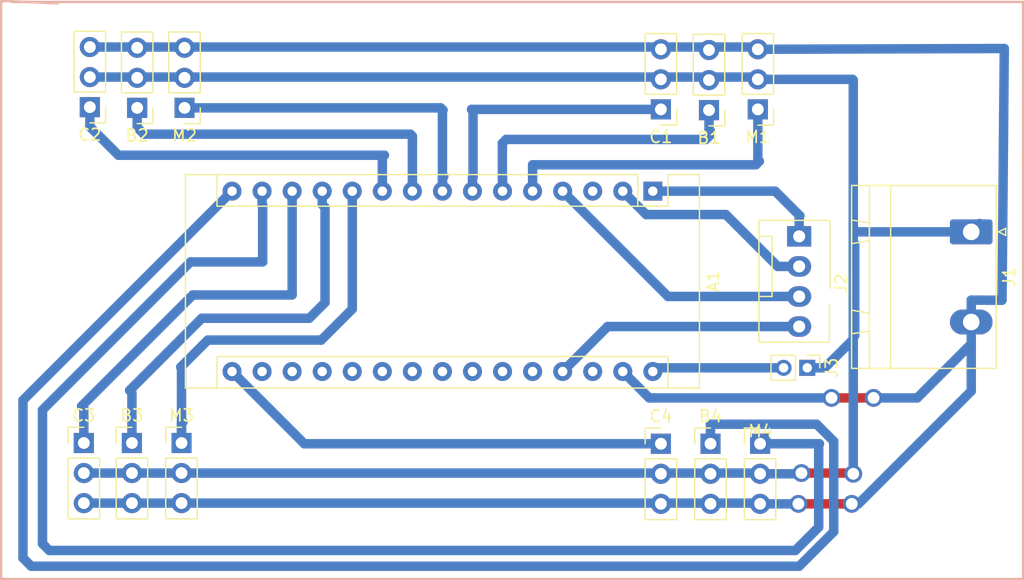
<source format=kicad_pcb>
(kicad_pcb (version 20171130) (host pcbnew 5.0.2-bee76a0~70~ubuntu18.04.1)

  (general
    (thickness 1.6)
    (drawings 6)
    (tracks 148)
    (zones 0)
    (modules 16)
    (nets 32)
  )

  (page A4)
  (layers
    (0 F.Cu signal)
    (31 B.Cu signal)
    (32 B.Adhes user)
    (33 F.Adhes user)
    (34 B.Paste user)
    (35 F.Paste user)
    (36 B.SilkS user)
    (37 F.SilkS user)
    (38 B.Mask user)
    (39 F.Mask user)
    (40 Dwgs.User user)
    (41 Cmts.User user)
    (42 Eco1.User user)
    (43 Eco2.User user)
    (44 Edge.Cuts user)
    (45 Margin user)
    (46 B.CrtYd user)
    (47 F.CrtYd user)
    (48 B.Fab user)
    (49 F.Fab user)
  )

  (setup
    (last_trace_width 0.8)
    (trace_clearance 0.2)
    (zone_clearance 0.508)
    (zone_45_only no)
    (trace_min 0.2)
    (segment_width 0.2)
    (edge_width 0.15)
    (via_size 0.8)
    (via_drill 0.4)
    (via_min_size 0.4)
    (via_min_drill 0.3)
    (uvia_size 0.3)
    (uvia_drill 0.1)
    (uvias_allowed no)
    (uvia_min_size 0.2)
    (uvia_min_drill 0.1)
    (pcb_text_width 0.3)
    (pcb_text_size 1.5 1.5)
    (mod_edge_width 0.15)
    (mod_text_size 1 1)
    (mod_text_width 0.15)
    (pad_size 1.524 1.524)
    (pad_drill 0.762)
    (pad_to_mask_clearance 0.051)
    (solder_mask_min_width 0.25)
    (aux_axis_origin 0 0)
    (visible_elements FFFFF77F)
    (pcbplotparams
      (layerselection 0x010fc_ffffffff)
      (usegerberextensions false)
      (usegerberattributes false)
      (usegerberadvancedattributes false)
      (creategerberjobfile false)
      (excludeedgelayer true)
      (linewidth 0.100000)
      (plotframeref false)
      (viasonmask false)
      (mode 1)
      (useauxorigin false)
      (hpglpennumber 1)
      (hpglpenspeed 20)
      (hpglpendiameter 15.000000)
      (psnegative false)
      (psa4output false)
      (plotreference true)
      (plotvalue true)
      (plotinvisibletext false)
      (padsonsilk false)
      (subtractmaskfromsilk false)
      (outputformat 1)
      (mirror false)
      (drillshape 1)
      (scaleselection 1)
      (outputdirectory ""))
  )

  (net 0 "")
  (net 1 "Net-(A1-Pad1)")
  (net 2 "Net-(A1-Pad17)")
  (net 3 "Net-(A1-Pad2)")
  (net 4 "Net-(A1-Pad18)")
  (net 5 "Net-(A1-Pad3)")
  (net 6 "Net-(A1-Pad19)")
  (net 7 "Net-(A1-Pad4)")
  (net 8 "Net-(A1-Pad20)")
  (net 9 "Net-(A1-Pad5)")
  (net 10 "Net-(A1-Pad21)")
  (net 11 "Net-(A1-Pad6)")
  (net 12 "Net-(A1-Pad22)")
  (net 13 "Net-(A1-Pad7)")
  (net 14 "Net-(A1-Pad23)")
  (net 15 "Net-(A1-Pad8)")
  (net 16 "Net-(A1-Pad24)")
  (net 17 "Net-(A1-Pad9)")
  (net 18 "Net-(A1-Pad25)")
  (net 19 "Net-(A1-Pad10)")
  (net 20 "Net-(A1-Pad26)")
  (net 21 "Net-(A1-Pad11)")
  (net 22 "Net-(A1-Pad27)")
  (net 23 "Net-(A1-Pad12)")
  (net 24 "Net-(A1-Pad28)")
  (net 25 "Net-(A1-Pad13)")
  (net 26 "Net-(A1-Pad29)")
  (net 27 "Net-(A1-Pad14)")
  (net 28 "Net-(A1-Pad30)")
  (net 29 "Net-(A1-Pad15)")
  (net 30 "Net-(A1-Pad16)")
  (net 31 "Net-(B1-Pad2)")

  (net_class Default "This is the default net class."
    (clearance 0.2)
    (trace_width 0.8)
    (via_dia 0.8)
    (via_drill 0.4)
    (uvia_dia 0.3)
    (uvia_drill 0.1)
    (add_net "Net-(A1-Pad1)")
    (add_net "Net-(A1-Pad10)")
    (add_net "Net-(A1-Pad11)")
    (add_net "Net-(A1-Pad12)")
    (add_net "Net-(A1-Pad13)")
    (add_net "Net-(A1-Pad14)")
    (add_net "Net-(A1-Pad15)")
    (add_net "Net-(A1-Pad16)")
    (add_net "Net-(A1-Pad17)")
    (add_net "Net-(A1-Pad18)")
    (add_net "Net-(A1-Pad19)")
    (add_net "Net-(A1-Pad2)")
    (add_net "Net-(A1-Pad20)")
    (add_net "Net-(A1-Pad21)")
    (add_net "Net-(A1-Pad22)")
    (add_net "Net-(A1-Pad23)")
    (add_net "Net-(A1-Pad24)")
    (add_net "Net-(A1-Pad25)")
    (add_net "Net-(A1-Pad26)")
    (add_net "Net-(A1-Pad27)")
    (add_net "Net-(A1-Pad28)")
    (add_net "Net-(A1-Pad29)")
    (add_net "Net-(A1-Pad3)")
    (add_net "Net-(A1-Pad30)")
    (add_net "Net-(A1-Pad4)")
    (add_net "Net-(A1-Pad5)")
    (add_net "Net-(A1-Pad6)")
    (add_net "Net-(A1-Pad7)")
    (add_net "Net-(A1-Pad8)")
    (add_net "Net-(A1-Pad9)")
    (add_net "Net-(B1-Pad2)")
  )

  (module Module:Arduino_Nano (layer F.Cu) (tedit 58ACAF70) (tstamp 5E575FAD)
    (at 132.096003 67.998381 270)
    (descr "Arduino Nano, http://www.mouser.com/pdfdocs/Gravitech_Arduino_Nano3_0.pdf")
    (tags "Arduino Nano")
    (path /5E4AD67D)
    (fp_text reference A1 (at 7.62 -5.08 270) (layer F.SilkS)
      (effects (font (size 1 1) (thickness 0.15)))
    )
    (fp_text value Arduino_Nano_v3.x (at 8.89 19.05) (layer F.Fab)
      (effects (font (size 1 1) (thickness 0.15)))
    )
    (fp_text user %R (at 6.35 19.05) (layer F.Fab)
      (effects (font (size 1 1) (thickness 0.15)))
    )
    (fp_line (start 1.27 1.27) (end 1.27 -1.27) (layer F.SilkS) (width 0.12))
    (fp_line (start 1.27 -1.27) (end -1.4 -1.27) (layer F.SilkS) (width 0.12))
    (fp_line (start -1.4 1.27) (end -1.4 39.5) (layer F.SilkS) (width 0.12))
    (fp_line (start -1.4 -3.94) (end -1.4 -1.27) (layer F.SilkS) (width 0.12))
    (fp_line (start 13.97 -1.27) (end 16.64 -1.27) (layer F.SilkS) (width 0.12))
    (fp_line (start 13.97 -1.27) (end 13.97 36.83) (layer F.SilkS) (width 0.12))
    (fp_line (start 13.97 36.83) (end 16.64 36.83) (layer F.SilkS) (width 0.12))
    (fp_line (start 1.27 1.27) (end -1.4 1.27) (layer F.SilkS) (width 0.12))
    (fp_line (start 1.27 1.27) (end 1.27 36.83) (layer F.SilkS) (width 0.12))
    (fp_line (start 1.27 36.83) (end -1.4 36.83) (layer F.SilkS) (width 0.12))
    (fp_line (start 3.81 31.75) (end 11.43 31.75) (layer F.Fab) (width 0.1))
    (fp_line (start 11.43 31.75) (end 11.43 41.91) (layer F.Fab) (width 0.1))
    (fp_line (start 11.43 41.91) (end 3.81 41.91) (layer F.Fab) (width 0.1))
    (fp_line (start 3.81 41.91) (end 3.81 31.75) (layer F.Fab) (width 0.1))
    (fp_line (start -1.4 39.5) (end 16.64 39.5) (layer F.SilkS) (width 0.12))
    (fp_line (start 16.64 39.5) (end 16.64 -3.94) (layer F.SilkS) (width 0.12))
    (fp_line (start 16.64 -3.94) (end -1.4 -3.94) (layer F.SilkS) (width 0.12))
    (fp_line (start 16.51 39.37) (end -1.27 39.37) (layer F.Fab) (width 0.1))
    (fp_line (start -1.27 39.37) (end -1.27 -2.54) (layer F.Fab) (width 0.1))
    (fp_line (start -1.27 -2.54) (end 0 -3.81) (layer F.Fab) (width 0.1))
    (fp_line (start 0 -3.81) (end 16.51 -3.81) (layer F.Fab) (width 0.1))
    (fp_line (start 16.51 -3.81) (end 16.51 39.37) (layer F.Fab) (width 0.1))
    (fp_line (start -1.53 -4.06) (end 16.75 -4.06) (layer F.CrtYd) (width 0.05))
    (fp_line (start -1.53 -4.06) (end -1.53 42.16) (layer F.CrtYd) (width 0.05))
    (fp_line (start 16.75 42.16) (end 16.75 -4.06) (layer F.CrtYd) (width 0.05))
    (fp_line (start 16.75 42.16) (end -1.53 42.16) (layer F.CrtYd) (width 0.05))
    (pad 1 thru_hole rect (at 0 0 270) (size 1.6 1.6) (drill 0.8) (layers *.Cu *.Mask)
      (net 1 "Net-(A1-Pad1)"))
    (pad 17 thru_hole oval (at 15.24 33.02 270) (size 1.6 1.6) (drill 0.8) (layers *.Cu *.Mask)
      (net 2 "Net-(A1-Pad17)"))
    (pad 2 thru_hole oval (at 0 2.54 270) (size 1.6 1.6) (drill 0.8) (layers *.Cu *.Mask)
      (net 3 "Net-(A1-Pad2)"))
    (pad 18 thru_hole oval (at 15.24 30.48 270) (size 1.6 1.6) (drill 0.8) (layers *.Cu *.Mask)
      (net 4 "Net-(A1-Pad18)"))
    (pad 3 thru_hole oval (at 0 5.08 270) (size 1.6 1.6) (drill 0.8) (layers *.Cu *.Mask)
      (net 5 "Net-(A1-Pad3)"))
    (pad 19 thru_hole oval (at 15.24 27.94 270) (size 1.6 1.6) (drill 0.8) (layers *.Cu *.Mask)
      (net 6 "Net-(A1-Pad19)"))
    (pad 4 thru_hole oval (at 0 7.62 270) (size 1.6 1.6) (drill 0.8) (layers *.Cu *.Mask)
      (net 7 "Net-(A1-Pad4)"))
    (pad 20 thru_hole oval (at 15.24 25.4 270) (size 1.6 1.6) (drill 0.8) (layers *.Cu *.Mask)
      (net 8 "Net-(A1-Pad20)"))
    (pad 5 thru_hole oval (at 0 10.16 270) (size 1.6 1.6) (drill 0.8) (layers *.Cu *.Mask)
      (net 9 "Net-(A1-Pad5)"))
    (pad 21 thru_hole oval (at 15.24 22.86 270) (size 1.6 1.6) (drill 0.8) (layers *.Cu *.Mask)
      (net 10 "Net-(A1-Pad21)"))
    (pad 6 thru_hole oval (at 0 12.7 270) (size 1.6 1.6) (drill 0.8) (layers *.Cu *.Mask)
      (net 11 "Net-(A1-Pad6)"))
    (pad 22 thru_hole oval (at 15.24 20.32 270) (size 1.6 1.6) (drill 0.8) (layers *.Cu *.Mask)
      (net 12 "Net-(A1-Pad22)"))
    (pad 7 thru_hole oval (at 0 15.24 270) (size 1.6 1.6) (drill 0.8) (layers *.Cu *.Mask)
      (net 13 "Net-(A1-Pad7)"))
    (pad 23 thru_hole oval (at 15.24 17.78 270) (size 1.6 1.6) (drill 0.8) (layers *.Cu *.Mask)
      (net 14 "Net-(A1-Pad23)"))
    (pad 8 thru_hole oval (at 0 17.78 270) (size 1.6 1.6) (drill 0.8) (layers *.Cu *.Mask)
      (net 15 "Net-(A1-Pad8)"))
    (pad 24 thru_hole oval (at 15.24 15.24 270) (size 1.6 1.6) (drill 0.8) (layers *.Cu *.Mask)
      (net 16 "Net-(A1-Pad24)"))
    (pad 9 thru_hole oval (at 0 20.32 270) (size 1.6 1.6) (drill 0.8) (layers *.Cu *.Mask)
      (net 17 "Net-(A1-Pad9)"))
    (pad 25 thru_hole oval (at 15.24 12.7 270) (size 1.6 1.6) (drill 0.8) (layers *.Cu *.Mask)
      (net 18 "Net-(A1-Pad25)"))
    (pad 10 thru_hole oval (at 0 22.86 270) (size 1.6 1.6) (drill 0.8) (layers *.Cu *.Mask)
      (net 19 "Net-(A1-Pad10)"))
    (pad 26 thru_hole oval (at 15.24 10.16 270) (size 1.6 1.6) (drill 0.8) (layers *.Cu *.Mask)
      (net 20 "Net-(A1-Pad26)"))
    (pad 11 thru_hole oval (at 0 25.4 270) (size 1.6 1.6) (drill 0.8) (layers *.Cu *.Mask)
      (net 21 "Net-(A1-Pad11)"))
    (pad 27 thru_hole oval (at 15.24 7.62 270) (size 1.6 1.6) (drill 0.8) (layers *.Cu *.Mask)
      (net 22 "Net-(A1-Pad27)"))
    (pad 12 thru_hole oval (at 0 27.94 270) (size 1.6 1.6) (drill 0.8) (layers *.Cu *.Mask)
      (net 23 "Net-(A1-Pad12)"))
    (pad 28 thru_hole oval (at 15.24 5.08 270) (size 1.6 1.6) (drill 0.8) (layers *.Cu *.Mask)
      (net 24 "Net-(A1-Pad28)"))
    (pad 13 thru_hole oval (at 0 30.48 270) (size 1.6 1.6) (drill 0.8) (layers *.Cu *.Mask)
      (net 25 "Net-(A1-Pad13)"))
    (pad 29 thru_hole oval (at 15.24 2.54 270) (size 1.6 1.6) (drill 0.8) (layers *.Cu *.Mask)
      (net 26 "Net-(A1-Pad29)"))
    (pad 14 thru_hole oval (at 0 33.02 270) (size 1.6 1.6) (drill 0.8) (layers *.Cu *.Mask)
      (net 27 "Net-(A1-Pad14)"))
    (pad 30 thru_hole oval (at 15.24 0 270) (size 1.6 1.6) (drill 0.8) (layers *.Cu *.Mask)
      (net 28 "Net-(A1-Pad30)"))
    (pad 15 thru_hole oval (at 0 35.56 270) (size 1.6 1.6) (drill 0.8) (layers *.Cu *.Mask)
      (net 29 "Net-(A1-Pad15)"))
    (pad 16 thru_hole oval (at 15.24 35.56 270) (size 1.6 1.6) (drill 0.8) (layers *.Cu *.Mask)
      (net 30 "Net-(A1-Pad16)"))
    (model ${KISYS3DMOD}/Module.3dshapes/Arduino_Nano_WithMountingHoles.wrl
      (at (xyz 0 0 0))
      (scale (xyz 1 1 1))
      (rotate (xyz 0 0 0))
    )
  )

  (module Connector_PinHeader_2.54mm:PinHeader_1x03_P2.54mm_Vertical (layer F.Cu) (tedit 59FED5CC) (tstamp 5E575FC4)
    (at 136.8425 61.1505 180)
    (descr "Through hole straight pin header, 1x03, 2.54mm pitch, single row")
    (tags "Through hole pin header THT 1x03 2.54mm single row")
    (path /5E4ADB04)
    (fp_text reference B1 (at 0 -2.33 180) (layer F.SilkS)
      (effects (font (size 1 1) (thickness 0.15)))
    )
    (fp_text value Motor_Servo (at 0 7.41 180) (layer F.Fab)
      (effects (font (size 1 1) (thickness 0.15)))
    )
    (fp_text user %R (at 0 2.54 270) (layer F.Fab)
      (effects (font (size 1 1) (thickness 0.15)))
    )
    (fp_line (start 1.8 -1.8) (end -1.8 -1.8) (layer F.CrtYd) (width 0.05))
    (fp_line (start 1.8 6.85) (end 1.8 -1.8) (layer F.CrtYd) (width 0.05))
    (fp_line (start -1.8 6.85) (end 1.8 6.85) (layer F.CrtYd) (width 0.05))
    (fp_line (start -1.8 -1.8) (end -1.8 6.85) (layer F.CrtYd) (width 0.05))
    (fp_line (start -1.33 -1.33) (end 0 -1.33) (layer F.SilkS) (width 0.12))
    (fp_line (start -1.33 0) (end -1.33 -1.33) (layer F.SilkS) (width 0.12))
    (fp_line (start -1.33 1.27) (end 1.33 1.27) (layer F.SilkS) (width 0.12))
    (fp_line (start 1.33 1.27) (end 1.33 6.41) (layer F.SilkS) (width 0.12))
    (fp_line (start -1.33 1.27) (end -1.33 6.41) (layer F.SilkS) (width 0.12))
    (fp_line (start -1.33 6.41) (end 1.33 6.41) (layer F.SilkS) (width 0.12))
    (fp_line (start -1.27 -0.635) (end -0.635 -1.27) (layer F.Fab) (width 0.1))
    (fp_line (start -1.27 6.35) (end -1.27 -0.635) (layer F.Fab) (width 0.1))
    (fp_line (start 1.27 6.35) (end -1.27 6.35) (layer F.Fab) (width 0.1))
    (fp_line (start 1.27 -1.27) (end 1.27 6.35) (layer F.Fab) (width 0.1))
    (fp_line (start -0.635 -1.27) (end 1.27 -1.27) (layer F.Fab) (width 0.1))
    (pad 3 thru_hole oval (at 0 5.08 180) (size 1.7 1.7) (drill 1) (layers *.Cu *.Mask)
      (net 26 "Net-(A1-Pad29)"))
    (pad 2 thru_hole oval (at 0 2.54 180) (size 1.7 1.7) (drill 1) (layers *.Cu *.Mask)
      (net 31 "Net-(B1-Pad2)"))
    (pad 1 thru_hole rect (at 0 0 180) (size 1.7 1.7) (drill 1) (layers *.Cu *.Mask)
      (net 11 "Net-(A1-Pad6)"))
    (model ${KISYS3DMOD}/Connector_PinHeader_2.54mm.3dshapes/PinHeader_1x03_P2.54mm_Vertical.wrl
      (at (xyz 0 0 0))
      (scale (xyz 1 1 1))
      (rotate (xyz 0 0 0))
    )
  )

  (module Connector_PinHeader_2.54mm:PinHeader_1x03_P2.54mm_Vertical (layer F.Cu) (tedit 59FED5CC) (tstamp 5E575FDB)
    (at 88.519 60.96 180)
    (descr "Through hole straight pin header, 1x03, 2.54mm pitch, single row")
    (tags "Through hole pin header THT 1x03 2.54mm single row")
    (path /5E4ADEE8)
    (fp_text reference B2 (at 0 -2.33 180) (layer F.SilkS)
      (effects (font (size 1 1) (thickness 0.15)))
    )
    (fp_text value Motor_Servo (at 0 7.41 180) (layer F.Fab)
      (effects (font (size 1 1) (thickness 0.15)))
    )
    (fp_line (start -0.635 -1.27) (end 1.27 -1.27) (layer F.Fab) (width 0.1))
    (fp_line (start 1.27 -1.27) (end 1.27 6.35) (layer F.Fab) (width 0.1))
    (fp_line (start 1.27 6.35) (end -1.27 6.35) (layer F.Fab) (width 0.1))
    (fp_line (start -1.27 6.35) (end -1.27 -0.635) (layer F.Fab) (width 0.1))
    (fp_line (start -1.27 -0.635) (end -0.635 -1.27) (layer F.Fab) (width 0.1))
    (fp_line (start -1.33 6.41) (end 1.33 6.41) (layer F.SilkS) (width 0.12))
    (fp_line (start -1.33 1.27) (end -1.33 6.41) (layer F.SilkS) (width 0.12))
    (fp_line (start 1.33 1.27) (end 1.33 6.41) (layer F.SilkS) (width 0.12))
    (fp_line (start -1.33 1.27) (end 1.33 1.27) (layer F.SilkS) (width 0.12))
    (fp_line (start -1.33 0) (end -1.33 -1.33) (layer F.SilkS) (width 0.12))
    (fp_line (start -1.33 -1.33) (end 0 -1.33) (layer F.SilkS) (width 0.12))
    (fp_line (start -1.8 -1.8) (end -1.8 6.85) (layer F.CrtYd) (width 0.05))
    (fp_line (start -1.8 6.85) (end 1.8 6.85) (layer F.CrtYd) (width 0.05))
    (fp_line (start 1.8 6.85) (end 1.8 -1.8) (layer F.CrtYd) (width 0.05))
    (fp_line (start 1.8 -1.8) (end -1.8 -1.8) (layer F.CrtYd) (width 0.05))
    (fp_text user %R (at 0 2.54 270) (layer F.Fab)
      (effects (font (size 1 1) (thickness 0.15)))
    )
    (pad 1 thru_hole rect (at 0 0 180) (size 1.7 1.7) (drill 1) (layers *.Cu *.Mask)
      (net 17 "Net-(A1-Pad9)"))
    (pad 2 thru_hole oval (at 0 2.54 180) (size 1.7 1.7) (drill 1) (layers *.Cu *.Mask)
      (net 31 "Net-(B1-Pad2)"))
    (pad 3 thru_hole oval (at 0 5.08 180) (size 1.7 1.7) (drill 1) (layers *.Cu *.Mask)
      (net 26 "Net-(A1-Pad29)"))
    (model ${KISYS3DMOD}/Connector_PinHeader_2.54mm.3dshapes/PinHeader_1x03_P2.54mm_Vertical.wrl
      (at (xyz 0 0 0))
      (scale (xyz 1 1 1))
      (rotate (xyz 0 0 0))
    )
  )

  (module Connector_PinHeader_2.54mm:PinHeader_1x03_P2.54mm_Vertical (layer F.Cu) (tedit 59FED5CC) (tstamp 5E575FF2)
    (at 88.0745 89.281)
    (descr "Through hole straight pin header, 1x03, 2.54mm pitch, single row")
    (tags "Through hole pin header THT 1x03 2.54mm single row")
    (path /5E4AE3D4)
    (fp_text reference B3 (at 0 -2.33) (layer F.SilkS)
      (effects (font (size 1 1) (thickness 0.15)))
    )
    (fp_text value Motor_Servo (at 0 7.41) (layer F.Fab)
      (effects (font (size 1 1) (thickness 0.15)))
    )
    (fp_text user %R (at 0 2.54 90) (layer F.Fab)
      (effects (font (size 1 1) (thickness 0.15)))
    )
    (fp_line (start 1.8 -1.8) (end -1.8 -1.8) (layer F.CrtYd) (width 0.05))
    (fp_line (start 1.8 6.85) (end 1.8 -1.8) (layer F.CrtYd) (width 0.05))
    (fp_line (start -1.8 6.85) (end 1.8 6.85) (layer F.CrtYd) (width 0.05))
    (fp_line (start -1.8 -1.8) (end -1.8 6.85) (layer F.CrtYd) (width 0.05))
    (fp_line (start -1.33 -1.33) (end 0 -1.33) (layer F.SilkS) (width 0.12))
    (fp_line (start -1.33 0) (end -1.33 -1.33) (layer F.SilkS) (width 0.12))
    (fp_line (start -1.33 1.27) (end 1.33 1.27) (layer F.SilkS) (width 0.12))
    (fp_line (start 1.33 1.27) (end 1.33 6.41) (layer F.SilkS) (width 0.12))
    (fp_line (start -1.33 1.27) (end -1.33 6.41) (layer F.SilkS) (width 0.12))
    (fp_line (start -1.33 6.41) (end 1.33 6.41) (layer F.SilkS) (width 0.12))
    (fp_line (start -1.27 -0.635) (end -0.635 -1.27) (layer F.Fab) (width 0.1))
    (fp_line (start -1.27 6.35) (end -1.27 -0.635) (layer F.Fab) (width 0.1))
    (fp_line (start 1.27 6.35) (end -1.27 6.35) (layer F.Fab) (width 0.1))
    (fp_line (start 1.27 -1.27) (end 1.27 6.35) (layer F.Fab) (width 0.1))
    (fp_line (start -0.635 -1.27) (end 1.27 -1.27) (layer F.Fab) (width 0.1))
    (pad 3 thru_hole oval (at 0 5.08) (size 1.7 1.7) (drill 1) (layers *.Cu *.Mask)
      (net 26 "Net-(A1-Pad29)"))
    (pad 2 thru_hole oval (at 0 2.54) (size 1.7 1.7) (drill 1) (layers *.Cu *.Mask)
      (net 31 "Net-(B1-Pad2)"))
    (pad 1 thru_hole rect (at 0 0) (size 1.7 1.7) (drill 1) (layers *.Cu *.Mask)
      (net 23 "Net-(A1-Pad12)"))
    (model ${KISYS3DMOD}/Connector_PinHeader_2.54mm.3dshapes/PinHeader_1x03_P2.54mm_Vertical.wrl
      (at (xyz 0 0 0))
      (scale (xyz 1 1 1))
      (rotate (xyz 0 0 0))
    )
  )

  (module Connector_PinHeader_2.54mm:PinHeader_1x03_P2.54mm_Vertical (layer F.Cu) (tedit 59FED5CC) (tstamp 5E576009)
    (at 136.9695 89.3445)
    (descr "Through hole straight pin header, 1x03, 2.54mm pitch, single row")
    (tags "Through hole pin header THT 1x03 2.54mm single row")
    (path /5E4AEAC0)
    (fp_text reference B4 (at 0 -2.33) (layer F.SilkS)
      (effects (font (size 1 1) (thickness 0.15)))
    )
    (fp_text value Motor_Servo (at 0 7.41) (layer F.Fab)
      (effects (font (size 1 1) (thickness 0.15)))
    )
    (fp_line (start -0.635 -1.27) (end 1.27 -1.27) (layer F.Fab) (width 0.1))
    (fp_line (start 1.27 -1.27) (end 1.27 6.35) (layer F.Fab) (width 0.1))
    (fp_line (start 1.27 6.35) (end -1.27 6.35) (layer F.Fab) (width 0.1))
    (fp_line (start -1.27 6.35) (end -1.27 -0.635) (layer F.Fab) (width 0.1))
    (fp_line (start -1.27 -0.635) (end -0.635 -1.27) (layer F.Fab) (width 0.1))
    (fp_line (start -1.33 6.41) (end 1.33 6.41) (layer F.SilkS) (width 0.12))
    (fp_line (start -1.33 1.27) (end -1.33 6.41) (layer F.SilkS) (width 0.12))
    (fp_line (start 1.33 1.27) (end 1.33 6.41) (layer F.SilkS) (width 0.12))
    (fp_line (start -1.33 1.27) (end 1.33 1.27) (layer F.SilkS) (width 0.12))
    (fp_line (start -1.33 0) (end -1.33 -1.33) (layer F.SilkS) (width 0.12))
    (fp_line (start -1.33 -1.33) (end 0 -1.33) (layer F.SilkS) (width 0.12))
    (fp_line (start -1.8 -1.8) (end -1.8 6.85) (layer F.CrtYd) (width 0.05))
    (fp_line (start -1.8 6.85) (end 1.8 6.85) (layer F.CrtYd) (width 0.05))
    (fp_line (start 1.8 6.85) (end 1.8 -1.8) (layer F.CrtYd) (width 0.05))
    (fp_line (start 1.8 -1.8) (end -1.8 -1.8) (layer F.CrtYd) (width 0.05))
    (fp_text user %R (at 0 2.54 90) (layer F.Fab)
      (effects (font (size 1 1) (thickness 0.15)))
    )
    (pad 1 thru_hole rect (at 0 0) (size 1.7 1.7) (drill 1) (layers *.Cu *.Mask)
      (net 29 "Net-(A1-Pad15)"))
    (pad 2 thru_hole oval (at 0 2.54) (size 1.7 1.7) (drill 1) (layers *.Cu *.Mask)
      (net 31 "Net-(B1-Pad2)"))
    (pad 3 thru_hole oval (at 0 5.08) (size 1.7 1.7) (drill 1) (layers *.Cu *.Mask)
      (net 26 "Net-(A1-Pad29)"))
    (model ${KISYS3DMOD}/Connector_PinHeader_2.54mm.3dshapes/PinHeader_1x03_P2.54mm_Vertical.wrl
      (at (xyz 0 0 0))
      (scale (xyz 1 1 1))
      (rotate (xyz 0 0 0))
    )
  )

  (module Connector_PinHeader_2.54mm:PinHeader_1x03_P2.54mm_Vertical (layer F.Cu) (tedit 59FED5CC) (tstamp 5E576020)
    (at 132.7785 61.087 180)
    (descr "Through hole straight pin header, 1x03, 2.54mm pitch, single row")
    (tags "Through hole pin header THT 1x03 2.54mm single row")
    (path /5E4ADC56)
    (fp_text reference C1 (at 0 -2.33 180) (layer F.SilkS)
      (effects (font (size 1 1) (thickness 0.15)))
    )
    (fp_text value Motor_Servo (at 0 7.41 180) (layer F.Fab)
      (effects (font (size 1 1) (thickness 0.15)))
    )
    (fp_line (start -0.635 -1.27) (end 1.27 -1.27) (layer F.Fab) (width 0.1))
    (fp_line (start 1.27 -1.27) (end 1.27 6.35) (layer F.Fab) (width 0.1))
    (fp_line (start 1.27 6.35) (end -1.27 6.35) (layer F.Fab) (width 0.1))
    (fp_line (start -1.27 6.35) (end -1.27 -0.635) (layer F.Fab) (width 0.1))
    (fp_line (start -1.27 -0.635) (end -0.635 -1.27) (layer F.Fab) (width 0.1))
    (fp_line (start -1.33 6.41) (end 1.33 6.41) (layer F.SilkS) (width 0.12))
    (fp_line (start -1.33 1.27) (end -1.33 6.41) (layer F.SilkS) (width 0.12))
    (fp_line (start 1.33 1.27) (end 1.33 6.41) (layer F.SilkS) (width 0.12))
    (fp_line (start -1.33 1.27) (end 1.33 1.27) (layer F.SilkS) (width 0.12))
    (fp_line (start -1.33 0) (end -1.33 -1.33) (layer F.SilkS) (width 0.12))
    (fp_line (start -1.33 -1.33) (end 0 -1.33) (layer F.SilkS) (width 0.12))
    (fp_line (start -1.8 -1.8) (end -1.8 6.85) (layer F.CrtYd) (width 0.05))
    (fp_line (start -1.8 6.85) (end 1.8 6.85) (layer F.CrtYd) (width 0.05))
    (fp_line (start 1.8 6.85) (end 1.8 -1.8) (layer F.CrtYd) (width 0.05))
    (fp_line (start 1.8 -1.8) (end -1.8 -1.8) (layer F.CrtYd) (width 0.05))
    (fp_text user %R (at 0.5715 2.6035 270) (layer F.Fab)
      (effects (font (size 1 1) (thickness 0.15)))
    )
    (pad 1 thru_hole rect (at 0 0 180) (size 1.7 1.7) (drill 1) (layers *.Cu *.Mask)
      (net 13 "Net-(A1-Pad7)"))
    (pad 2 thru_hole oval (at 0 2.54 180) (size 1.7 1.7) (drill 1) (layers *.Cu *.Mask)
      (net 31 "Net-(B1-Pad2)"))
    (pad 3 thru_hole oval (at 0 5.08 180) (size 1.7 1.7) (drill 1) (layers *.Cu *.Mask)
      (net 26 "Net-(A1-Pad29)"))
    (model ${KISYS3DMOD}/Connector_PinHeader_2.54mm.3dshapes/PinHeader_1x03_P2.54mm_Vertical.wrl
      (at (xyz 0 0 0))
      (scale (xyz 1 1 1))
      (rotate (xyz 0 0 0))
    )
  )

  (module Connector_PinHeader_2.54mm:PinHeader_1x03_P2.54mm_Vertical (layer F.Cu) (tedit 59FED5CC) (tstamp 5E576037)
    (at 84.5185 60.8965 180)
    (descr "Through hole straight pin header, 1x03, 2.54mm pitch, single row")
    (tags "Through hole pin header THT 1x03 2.54mm single row")
    (path /5E4ADEEE)
    (fp_text reference C2 (at 0 -2.33 180) (layer F.SilkS)
      (effects (font (size 1 1) (thickness 0.15)))
    )
    (fp_text value Motor_Servo (at 0 7.41 180) (layer F.Fab)
      (effects (font (size 1 1) (thickness 0.15)))
    )
    (fp_text user %R (at 0 2.54 270) (layer F.Fab)
      (effects (font (size 1 1) (thickness 0.15)))
    )
    (fp_line (start 1.8 -1.8) (end -1.8 -1.8) (layer F.CrtYd) (width 0.05))
    (fp_line (start 1.8 6.85) (end 1.8 -1.8) (layer F.CrtYd) (width 0.05))
    (fp_line (start -1.8 6.85) (end 1.8 6.85) (layer F.CrtYd) (width 0.05))
    (fp_line (start -1.8 -1.8) (end -1.8 6.85) (layer F.CrtYd) (width 0.05))
    (fp_line (start -1.33 -1.33) (end 0 -1.33) (layer F.SilkS) (width 0.12))
    (fp_line (start -1.33 0) (end -1.33 -1.33) (layer F.SilkS) (width 0.12))
    (fp_line (start -1.33 1.27) (end 1.33 1.27) (layer F.SilkS) (width 0.12))
    (fp_line (start 1.33 1.27) (end 1.33 6.41) (layer F.SilkS) (width 0.12))
    (fp_line (start -1.33 1.27) (end -1.33 6.41) (layer F.SilkS) (width 0.12))
    (fp_line (start -1.33 6.41) (end 1.33 6.41) (layer F.SilkS) (width 0.12))
    (fp_line (start -1.27 -0.635) (end -0.635 -1.27) (layer F.Fab) (width 0.1))
    (fp_line (start -1.27 6.35) (end -1.27 -0.635) (layer F.Fab) (width 0.1))
    (fp_line (start 1.27 6.35) (end -1.27 6.35) (layer F.Fab) (width 0.1))
    (fp_line (start 1.27 -1.27) (end 1.27 6.35) (layer F.Fab) (width 0.1))
    (fp_line (start -0.635 -1.27) (end 1.27 -1.27) (layer F.Fab) (width 0.1))
    (pad 3 thru_hole oval (at 0 5.08 180) (size 1.7 1.7) (drill 1) (layers *.Cu *.Mask)
      (net 26 "Net-(A1-Pad29)"))
    (pad 2 thru_hole oval (at 0 2.54 180) (size 1.7 1.7) (drill 1) (layers *.Cu *.Mask)
      (net 31 "Net-(B1-Pad2)"))
    (pad 1 thru_hole rect (at 0 0 180) (size 1.7 1.7) (drill 1) (layers *.Cu *.Mask)
      (net 19 "Net-(A1-Pad10)"))
    (model ${KISYS3DMOD}/Connector_PinHeader_2.54mm.3dshapes/PinHeader_1x03_P2.54mm_Vertical.wrl
      (at (xyz 0 0 0))
      (scale (xyz 1 1 1))
      (rotate (xyz 0 0 0))
    )
  )

  (module Connector_PinHeader_2.54mm:PinHeader_1x03_P2.54mm_Vertical (layer F.Cu) (tedit 59FED5CC) (tstamp 5E57604E)
    (at 84.0105 89.281)
    (descr "Through hole straight pin header, 1x03, 2.54mm pitch, single row")
    (tags "Through hole pin header THT 1x03 2.54mm single row")
    (path /5E4AE3DA)
    (fp_text reference C3 (at 0 -2.33) (layer F.SilkS)
      (effects (font (size 1 1) (thickness 0.15)))
    )
    (fp_text value Motor_Servo (at 0 7.41) (layer F.Fab)
      (effects (font (size 1 1) (thickness 0.15)))
    )
    (fp_line (start -0.635 -1.27) (end 1.27 -1.27) (layer F.Fab) (width 0.1))
    (fp_line (start 1.27 -1.27) (end 1.27 6.35) (layer F.Fab) (width 0.1))
    (fp_line (start 1.27 6.35) (end -1.27 6.35) (layer F.Fab) (width 0.1))
    (fp_line (start -1.27 6.35) (end -1.27 -0.635) (layer F.Fab) (width 0.1))
    (fp_line (start -1.27 -0.635) (end -0.635 -1.27) (layer F.Fab) (width 0.1))
    (fp_line (start -1.33 6.41) (end 1.33 6.41) (layer F.SilkS) (width 0.12))
    (fp_line (start -1.33 1.27) (end -1.33 6.41) (layer F.SilkS) (width 0.12))
    (fp_line (start 1.33 1.27) (end 1.33 6.41) (layer F.SilkS) (width 0.12))
    (fp_line (start -1.33 1.27) (end 1.33 1.27) (layer F.SilkS) (width 0.12))
    (fp_line (start -1.33 0) (end -1.33 -1.33) (layer F.SilkS) (width 0.12))
    (fp_line (start -1.33 -1.33) (end 0 -1.33) (layer F.SilkS) (width 0.12))
    (fp_line (start -1.8 -1.8) (end -1.8 6.85) (layer F.CrtYd) (width 0.05))
    (fp_line (start -1.8 6.85) (end 1.8 6.85) (layer F.CrtYd) (width 0.05))
    (fp_line (start 1.8 6.85) (end 1.8 -1.8) (layer F.CrtYd) (width 0.05))
    (fp_line (start 1.8 -1.8) (end -1.8 -1.8) (layer F.CrtYd) (width 0.05))
    (fp_text user %R (at 0 2.54 90) (layer F.Fab)
      (effects (font (size 1 1) (thickness 0.15)))
    )
    (pad 1 thru_hole rect (at 0 0) (size 1.7 1.7) (drill 1) (layers *.Cu *.Mask)
      (net 25 "Net-(A1-Pad13)"))
    (pad 2 thru_hole oval (at 0 2.54) (size 1.7 1.7) (drill 1) (layers *.Cu *.Mask)
      (net 31 "Net-(B1-Pad2)"))
    (pad 3 thru_hole oval (at 0 5.08) (size 1.7 1.7) (drill 1) (layers *.Cu *.Mask)
      (net 26 "Net-(A1-Pad29)"))
    (model ${KISYS3DMOD}/Connector_PinHeader_2.54mm.3dshapes/PinHeader_1x03_P2.54mm_Vertical.wrl
      (at (xyz 0 0 0))
      (scale (xyz 1 1 1))
      (rotate (xyz 0 0 0))
    )
  )

  (module Connector_PinHeader_2.54mm:PinHeader_1x03_P2.54mm_Vertical (layer F.Cu) (tedit 59FED5CC) (tstamp 5E576065)
    (at 132.7785 89.3445)
    (descr "Through hole straight pin header, 1x03, 2.54mm pitch, single row")
    (tags "Through hole pin header THT 1x03 2.54mm single row")
    (path /5E4AEAC6)
    (fp_text reference C4 (at 0 -2.33) (layer F.SilkS)
      (effects (font (size 1 1) (thickness 0.15)))
    )
    (fp_text value Motor_Servo (at 0 7.41) (layer F.Fab)
      (effects (font (size 1 1) (thickness 0.15)))
    )
    (fp_text user %R (at 0 2.54 90) (layer F.Fab)
      (effects (font (size 1 1) (thickness 0.15)))
    )
    (fp_line (start 1.8 -1.8) (end -1.8 -1.8) (layer F.CrtYd) (width 0.05))
    (fp_line (start 1.8 6.85) (end 1.8 -1.8) (layer F.CrtYd) (width 0.05))
    (fp_line (start -1.8 6.85) (end 1.8 6.85) (layer F.CrtYd) (width 0.05))
    (fp_line (start -1.8 -1.8) (end -1.8 6.85) (layer F.CrtYd) (width 0.05))
    (fp_line (start -1.33 -1.33) (end 0 -1.33) (layer F.SilkS) (width 0.12))
    (fp_line (start -1.33 0) (end -1.33 -1.33) (layer F.SilkS) (width 0.12))
    (fp_line (start -1.33 1.27) (end 1.33 1.27) (layer F.SilkS) (width 0.12))
    (fp_line (start 1.33 1.27) (end 1.33 6.41) (layer F.SilkS) (width 0.12))
    (fp_line (start -1.33 1.27) (end -1.33 6.41) (layer F.SilkS) (width 0.12))
    (fp_line (start -1.33 6.41) (end 1.33 6.41) (layer F.SilkS) (width 0.12))
    (fp_line (start -1.27 -0.635) (end -0.635 -1.27) (layer F.Fab) (width 0.1))
    (fp_line (start -1.27 6.35) (end -1.27 -0.635) (layer F.Fab) (width 0.1))
    (fp_line (start 1.27 6.35) (end -1.27 6.35) (layer F.Fab) (width 0.1))
    (fp_line (start 1.27 -1.27) (end 1.27 6.35) (layer F.Fab) (width 0.1))
    (fp_line (start -0.635 -1.27) (end 1.27 -1.27) (layer F.Fab) (width 0.1))
    (pad 3 thru_hole oval (at 0 5.08) (size 1.7 1.7) (drill 1) (layers *.Cu *.Mask)
      (net 26 "Net-(A1-Pad29)"))
    (pad 2 thru_hole oval (at 0 2.54) (size 1.7 1.7) (drill 1) (layers *.Cu *.Mask)
      (net 31 "Net-(B1-Pad2)"))
    (pad 1 thru_hole rect (at 0 0) (size 1.7 1.7) (drill 1) (layers *.Cu *.Mask)
      (net 30 "Net-(A1-Pad16)"))
    (model ${KISYS3DMOD}/Connector_PinHeader_2.54mm.3dshapes/PinHeader_1x03_P2.54mm_Vertical.wrl
      (at (xyz 0 0 0))
      (scale (xyz 1 1 1))
      (rotate (xyz 0 0 0))
    )
  )

  (module Connector_Phoenix_GMSTB:PhoenixContact_GMSTBA_2,5_2-G-7,62_1x02_P7.62mm_Horizontal (layer F.Cu) (tedit 5B785048) (tstamp 5E576089)
    (at 159.004 71.4375 270)
    (descr "Generic Phoenix Contact connector footprint for: GMSTBA_2,5/2-G-7,62; number of pins: 02; pin pitch: 7.62mm; Angled || order number: 1766233 12A 630V")
    (tags "phoenix_contact connector GMSTBA_01x02_G_7.62mm")
    (path /5E4AF91E)
    (fp_text reference J1 (at 3.81 -3.2 270) (layer F.SilkS)
      (effects (font (size 1 1) (thickness 0.15)))
    )
    (fp_text value Conn_01x02_Female (at 3.81 11.2) (layer F.Fab)
      (effects (font (size 1 1) (thickness 0.15)))
    )
    (fp_line (start -3.92 -2.11) (end -3.92 10.11) (layer F.SilkS) (width 0.12))
    (fp_line (start -3.92 10.11) (end 11.54 10.11) (layer F.SilkS) (width 0.12))
    (fp_line (start 11.54 10.11) (end 11.54 -2.11) (layer F.SilkS) (width 0.12))
    (fp_line (start 11.54 -2.11) (end -3.92 -2.11) (layer F.SilkS) (width 0.12))
    (fp_line (start -3.81 -2) (end -3.81 10) (layer F.Fab) (width 0.1))
    (fp_line (start -3.81 10) (end 11.43 10) (layer F.Fab) (width 0.1))
    (fp_line (start 11.43 10) (end 11.43 -2) (layer F.Fab) (width 0.1))
    (fp_line (start 11.43 -2) (end -3.81 -2) (layer F.Fab) (width 0.1))
    (fp_line (start -3.92 8.61) (end -3.92 6.81) (layer F.SilkS) (width 0.12))
    (fp_line (start -3.92 6.81) (end 11.54 6.81) (layer F.SilkS) (width 0.12))
    (fp_line (start 11.54 6.81) (end 11.54 8.61) (layer F.SilkS) (width 0.12))
    (fp_line (start 11.54 8.61) (end -3.92 8.61) (layer F.SilkS) (width 0.12))
    (fp_line (start -1 10.11) (end 1 10.11) (layer F.SilkS) (width 0.12))
    (fp_line (start 1 10.11) (end 0.75 8.61) (layer F.SilkS) (width 0.12))
    (fp_line (start 0.75 8.61) (end -0.75 8.61) (layer F.SilkS) (width 0.12))
    (fp_line (start -0.75 8.61) (end -1 10.11) (layer F.SilkS) (width 0.12))
    (fp_line (start 6.62 10.11) (end 8.62 10.11) (layer F.SilkS) (width 0.12))
    (fp_line (start 8.62 10.11) (end 8.37 8.61) (layer F.SilkS) (width 0.12))
    (fp_line (start 8.37 8.61) (end 6.87 8.61) (layer F.SilkS) (width 0.12))
    (fp_line (start 6.87 8.61) (end 6.62 10.11) (layer F.SilkS) (width 0.12))
    (fp_line (start -4.31 -2.5) (end -4.31 10.5) (layer F.CrtYd) (width 0.05))
    (fp_line (start -4.31 10.5) (end 11.93 10.5) (layer F.CrtYd) (width 0.05))
    (fp_line (start 11.93 10.5) (end 11.93 -2.5) (layer F.CrtYd) (width 0.05))
    (fp_line (start 11.93 -2.5) (end -4.31 -2.5) (layer F.CrtYd) (width 0.05))
    (fp_line (start 0.3 -2.91) (end 0 -2.31) (layer F.SilkS) (width 0.12))
    (fp_line (start 0 -2.31) (end -0.3 -2.91) (layer F.SilkS) (width 0.12))
    (fp_line (start -0.3 -2.91) (end 0.3 -2.91) (layer F.SilkS) (width 0.12))
    (fp_line (start 0.95 -2) (end 0 -0.5) (layer F.Fab) (width 0.1))
    (fp_line (start 0 -0.5) (end -0.95 -2) (layer F.Fab) (width 0.1))
    (fp_text user %R (at 3.81 -1.3 270) (layer F.Fab)
      (effects (font (size 1 1) (thickness 0.15)))
    )
    (pad 1 thru_hole roundrect (at 0 0 270) (size 2.1 3.6) (drill 1.4) (layers *.Cu *.Mask) (roundrect_rratio 0.119048)
      (net 31 "Net-(B1-Pad2)"))
    (pad 2 thru_hole oval (at 7.62 0 270) (size 2.1 3.6) (drill 1.4) (layers *.Cu *.Mask)
      (net 26 "Net-(A1-Pad29)"))
    (model ${KISYS3DMOD}/Connector_Phoenix_GMSTB.3dshapes/PhoenixContact_GMSTBA_2,5_2-G-7,62_1x02_P7.62mm_Horizontal.wrl
      (at (xyz 0 0 0))
      (scale (xyz 1 1 1))
      (rotate (xyz 0 0 0))
    )
  )

  (module Connector_PinHeader_2.54mm:PinHeader_1x03_P2.54mm_Vertical (layer F.Cu) (tedit 59FED5CC) (tstamp 5E5760A0)
    (at 140.97 61.087 180)
    (descr "Through hole straight pin header, 1x03, 2.54mm pitch, single row")
    (tags "Through hole pin header THT 1x03 2.54mm single row")
    (path /5E4AD7FF)
    (fp_text reference M1 (at 0 -2.33 180) (layer F.SilkS)
      (effects (font (size 1 1) (thickness 0.15)))
    )
    (fp_text value Motor_Servo (at 0 7.41 180) (layer F.Fab)
      (effects (font (size 1 1) (thickness 0.15)))
    )
    (fp_line (start -0.635 -1.27) (end 1.27 -1.27) (layer F.Fab) (width 0.1))
    (fp_line (start 1.27 -1.27) (end 1.27 6.35) (layer F.Fab) (width 0.1))
    (fp_line (start 1.27 6.35) (end -1.27 6.35) (layer F.Fab) (width 0.1))
    (fp_line (start -1.27 6.35) (end -1.27 -0.635) (layer F.Fab) (width 0.1))
    (fp_line (start -1.27 -0.635) (end -0.635 -1.27) (layer F.Fab) (width 0.1))
    (fp_line (start -1.33 6.41) (end 1.33 6.41) (layer F.SilkS) (width 0.12))
    (fp_line (start -1.33 1.27) (end -1.33 6.41) (layer F.SilkS) (width 0.12))
    (fp_line (start 1.33 1.27) (end 1.33 6.41) (layer F.SilkS) (width 0.12))
    (fp_line (start -1.33 1.27) (end 1.33 1.27) (layer F.SilkS) (width 0.12))
    (fp_line (start -1.33 0) (end -1.33 -1.33) (layer F.SilkS) (width 0.12))
    (fp_line (start -1.33 -1.33) (end 0 -1.33) (layer F.SilkS) (width 0.12))
    (fp_line (start -1.8 -1.8) (end -1.8 6.85) (layer F.CrtYd) (width 0.05))
    (fp_line (start -1.8 6.85) (end 1.8 6.85) (layer F.CrtYd) (width 0.05))
    (fp_line (start 1.8 6.85) (end 1.8 -1.8) (layer F.CrtYd) (width 0.05))
    (fp_line (start 1.8 -1.8) (end -1.8 -1.8) (layer F.CrtYd) (width 0.05))
    (fp_text user %R (at 0 2.54 270) (layer F.Fab)
      (effects (font (size 1 1) (thickness 0.15)))
    )
    (pad 1 thru_hole rect (at 0 0 180) (size 1.7 1.7) (drill 1) (layers *.Cu *.Mask)
      (net 9 "Net-(A1-Pad5)"))
    (pad 2 thru_hole oval (at 0 2.54 180) (size 1.7 1.7) (drill 1) (layers *.Cu *.Mask)
      (net 31 "Net-(B1-Pad2)"))
    (pad 3 thru_hole oval (at 0 5.08 180) (size 1.7 1.7) (drill 1) (layers *.Cu *.Mask)
      (net 26 "Net-(A1-Pad29)"))
    (model ${KISYS3DMOD}/Connector_PinHeader_2.54mm.3dshapes/PinHeader_1x03_P2.54mm_Vertical.wrl
      (at (xyz 0 0 0))
      (scale (xyz 1 1 1))
      (rotate (xyz 0 0 0))
    )
  )

  (module Connector_PinHeader_2.54mm:PinHeader_1x03_P2.54mm_Vertical (layer F.Cu) (tedit 59FED5CC) (tstamp 5E5760B7)
    (at 92.5195 60.96 180)
    (descr "Through hole straight pin header, 1x03, 2.54mm pitch, single row")
    (tags "Through hole pin header THT 1x03 2.54mm single row")
    (path /5E4ADEE2)
    (fp_text reference M2 (at 0 -2.33 180) (layer F.SilkS)
      (effects (font (size 1 1) (thickness 0.15)))
    )
    (fp_text value Motor_Servo (at 0 7.41 180) (layer F.Fab)
      (effects (font (size 1 1) (thickness 0.15)))
    )
    (fp_text user %R (at 0 2.54 270) (layer F.Fab)
      (effects (font (size 1 1) (thickness 0.15)))
    )
    (fp_line (start 1.8 -1.8) (end -1.8 -1.8) (layer F.CrtYd) (width 0.05))
    (fp_line (start 1.8 6.85) (end 1.8 -1.8) (layer F.CrtYd) (width 0.05))
    (fp_line (start -1.8 6.85) (end 1.8 6.85) (layer F.CrtYd) (width 0.05))
    (fp_line (start -1.8 -1.8) (end -1.8 6.85) (layer F.CrtYd) (width 0.05))
    (fp_line (start -1.33 -1.33) (end 0 -1.33) (layer F.SilkS) (width 0.12))
    (fp_line (start -1.33 0) (end -1.33 -1.33) (layer F.SilkS) (width 0.12))
    (fp_line (start -1.33 1.27) (end 1.33 1.27) (layer F.SilkS) (width 0.12))
    (fp_line (start 1.33 1.27) (end 1.33 6.41) (layer F.SilkS) (width 0.12))
    (fp_line (start -1.33 1.27) (end -1.33 6.41) (layer F.SilkS) (width 0.12))
    (fp_line (start -1.33 6.41) (end 1.33 6.41) (layer F.SilkS) (width 0.12))
    (fp_line (start -1.27 -0.635) (end -0.635 -1.27) (layer F.Fab) (width 0.1))
    (fp_line (start -1.27 6.35) (end -1.27 -0.635) (layer F.Fab) (width 0.1))
    (fp_line (start 1.27 6.35) (end -1.27 6.35) (layer F.Fab) (width 0.1))
    (fp_line (start 1.27 -1.27) (end 1.27 6.35) (layer F.Fab) (width 0.1))
    (fp_line (start -0.635 -1.27) (end 1.27 -1.27) (layer F.Fab) (width 0.1))
    (pad 3 thru_hole oval (at 0 5.08 180) (size 1.7 1.7) (drill 1) (layers *.Cu *.Mask)
      (net 26 "Net-(A1-Pad29)"))
    (pad 2 thru_hole oval (at 0 2.54 180) (size 1.7 1.7) (drill 1) (layers *.Cu *.Mask)
      (net 31 "Net-(B1-Pad2)"))
    (pad 1 thru_hole rect (at 0 0 180) (size 1.7 1.7) (drill 1) (layers *.Cu *.Mask)
      (net 15 "Net-(A1-Pad8)"))
    (model ${KISYS3DMOD}/Connector_PinHeader_2.54mm.3dshapes/PinHeader_1x03_P2.54mm_Vertical.wrl
      (at (xyz 0 0 0))
      (scale (xyz 1 1 1))
      (rotate (xyz 0 0 0))
    )
  )

  (module Connector_PinHeader_2.54mm:PinHeader_1x03_P2.54mm_Vertical (layer F.Cu) (tedit 59FED5CC) (tstamp 5E5760CE)
    (at 92.2655 89.281)
    (descr "Through hole straight pin header, 1x03, 2.54mm pitch, single row")
    (tags "Through hole pin header THT 1x03 2.54mm single row")
    (path /5E4AE3CE)
    (fp_text reference M3 (at 0 -2.33) (layer F.SilkS)
      (effects (font (size 1 1) (thickness 0.15)))
    )
    (fp_text value Motor_Servo (at 0 7.41) (layer F.Fab)
      (effects (font (size 1 1) (thickness 0.15)))
    )
    (fp_line (start -0.635 -1.27) (end 1.27 -1.27) (layer F.Fab) (width 0.1))
    (fp_line (start 1.27 -1.27) (end 1.27 6.35) (layer F.Fab) (width 0.1))
    (fp_line (start 1.27 6.35) (end -1.27 6.35) (layer F.Fab) (width 0.1))
    (fp_line (start -1.27 6.35) (end -1.27 -0.635) (layer F.Fab) (width 0.1))
    (fp_line (start -1.27 -0.635) (end -0.635 -1.27) (layer F.Fab) (width 0.1))
    (fp_line (start -1.33 6.41) (end 1.33 6.41) (layer F.SilkS) (width 0.12))
    (fp_line (start -1.33 1.27) (end -1.33 6.41) (layer F.SilkS) (width 0.12))
    (fp_line (start 1.33 1.27) (end 1.33 6.41) (layer F.SilkS) (width 0.12))
    (fp_line (start -1.33 1.27) (end 1.33 1.27) (layer F.SilkS) (width 0.12))
    (fp_line (start -1.33 0) (end -1.33 -1.33) (layer F.SilkS) (width 0.12))
    (fp_line (start -1.33 -1.33) (end 0 -1.33) (layer F.SilkS) (width 0.12))
    (fp_line (start -1.8 -1.8) (end -1.8 6.85) (layer F.CrtYd) (width 0.05))
    (fp_line (start -1.8 6.85) (end 1.8 6.85) (layer F.CrtYd) (width 0.05))
    (fp_line (start 1.8 6.85) (end 1.8 -1.8) (layer F.CrtYd) (width 0.05))
    (fp_line (start 1.8 -1.8) (end -1.8 -1.8) (layer F.CrtYd) (width 0.05))
    (fp_text user %R (at 0 2.54 90) (layer F.Fab)
      (effects (font (size 1 1) (thickness 0.15)))
    )
    (pad 1 thru_hole rect (at 0 0) (size 1.7 1.7) (drill 1) (layers *.Cu *.Mask)
      (net 21 "Net-(A1-Pad11)"))
    (pad 2 thru_hole oval (at 0 2.54) (size 1.7 1.7) (drill 1) (layers *.Cu *.Mask)
      (net 31 "Net-(B1-Pad2)"))
    (pad 3 thru_hole oval (at 0 5.08) (size 1.7 1.7) (drill 1) (layers *.Cu *.Mask)
      (net 26 "Net-(A1-Pad29)"))
    (model ${KISYS3DMOD}/Connector_PinHeader_2.54mm.3dshapes/PinHeader_1x03_P2.54mm_Vertical.wrl
      (at (xyz 0 0 0))
      (scale (xyz 1 1 1))
      (rotate (xyz 0 0 0))
    )
  )

  (module Connector_PinHeader_2.54mm:PinHeader_1x03_P2.54mm_Vertical (layer F.Cu) (tedit 59FED5CC) (tstamp 5E5760E5)
    (at 141.1605 89.3445)
    (descr "Through hole straight pin header, 1x03, 2.54mm pitch, single row")
    (tags "Through hole pin header THT 1x03 2.54mm single row")
    (path /5E4AEABA)
    (fp_text reference M4 (at 0.046278 -1.065045) (layer F.SilkS)
      (effects (font (size 1 1) (thickness 0.15)))
    )
    (fp_text value Motor_Servo (at 0 7.41) (layer F.Fab)
      (effects (font (size 1 1) (thickness 0.15)))
    )
    (fp_text user %R (at 0 2.54 90) (layer F.Fab)
      (effects (font (size 1 1) (thickness 0.15)))
    )
    (fp_line (start 1.8 -1.8) (end -1.8 -1.8) (layer F.CrtYd) (width 0.05))
    (fp_line (start 1.8 6.85) (end 1.8 -1.8) (layer F.CrtYd) (width 0.05))
    (fp_line (start -1.8 6.85) (end 1.8 6.85) (layer F.CrtYd) (width 0.05))
    (fp_line (start -1.8 -1.8) (end -1.8 6.85) (layer F.CrtYd) (width 0.05))
    (fp_line (start -1.33 -1.33) (end 0 -1.33) (layer F.SilkS) (width 0.12))
    (fp_line (start -1.33 0) (end -1.33 -1.33) (layer F.SilkS) (width 0.12))
    (fp_line (start -1.33 1.27) (end 1.33 1.27) (layer F.SilkS) (width 0.12))
    (fp_line (start 1.33 1.27) (end 1.33 6.41) (layer F.SilkS) (width 0.12))
    (fp_line (start -1.33 1.27) (end -1.33 6.41) (layer F.SilkS) (width 0.12))
    (fp_line (start -1.33 6.41) (end 1.33 6.41) (layer F.SilkS) (width 0.12))
    (fp_line (start -1.27 -0.635) (end -0.635 -1.27) (layer F.Fab) (width 0.1))
    (fp_line (start -1.27 6.35) (end -1.27 -0.635) (layer F.Fab) (width 0.1))
    (fp_line (start 1.27 6.35) (end -1.27 6.35) (layer F.Fab) (width 0.1))
    (fp_line (start 1.27 -1.27) (end 1.27 6.35) (layer F.Fab) (width 0.1))
    (fp_line (start -0.635 -1.27) (end 1.27 -1.27) (layer F.Fab) (width 0.1))
    (pad 3 thru_hole oval (at 0 5.08) (size 1.7 1.7) (drill 1) (layers *.Cu *.Mask)
      (net 26 "Net-(A1-Pad29)"))
    (pad 2 thru_hole oval (at 0 2.54) (size 1.7 1.7) (drill 1) (layers *.Cu *.Mask)
      (net 31 "Net-(B1-Pad2)"))
    (pad 1 thru_hole rect (at 0 0) (size 1.7 1.7) (drill 1) (layers *.Cu *.Mask)
      (net 27 "Net-(A1-Pad14)"))
    (model ${KISYS3DMOD}/Connector_PinHeader_2.54mm.3dshapes/PinHeader_1x03_P2.54mm_Vertical.wrl
      (at (xyz 0 0 0))
      (scale (xyz 1 1 1))
      (rotate (xyz 0 0 0))
    )
  )

  (module Connector:FanPinHeader_1x04_P2.54mm_Vertical (layer F.Cu) (tedit 5A19DE55) (tstamp 5E57751A)
    (at 144.4625 71.8185 270)
    (descr "4-pin CPU fan Through hole pin header, e.g. for Wieson part number 2366C888-007 Molex 47053-1000, Foxconn HF27040-M1, Tyco 1470947-1 or equivalent, see http://www.formfactors.org/developer%5Cspecs%5Crev1_2_public.pdf")
    (tags "pin header 4-pin CPU fan")
    (path /5E4D9B9B)
    (fp_text reference J2 (at 4 -3.55 270) (layer F.SilkS)
      (effects (font (size 1 1) (thickness 0.15)))
    )
    (fp_text value Conn_01x04_Female (at 4.05 4.35 270) (layer F.Fab)
      (effects (font (size 1 1) (thickness 0.15)))
    )
    (fp_text user %R (at 1.85 -1.75 270) (layer F.Fab)
      (effects (font (size 1 1) (thickness 0.15)))
    )
    (fp_line (start -1.35 -2.6) (end 4.4 -2.6) (layer F.SilkS) (width 0.12))
    (fp_line (start 5.75 -2.55) (end 8.95 -2.55) (layer F.SilkS) (width 0.12))
    (fp_line (start 8.95 -2.55) (end 8.95 3.4) (layer F.SilkS) (width 0.12))
    (fp_line (start 8.95 3.4) (end -1.35 3.4) (layer F.SilkS) (width 0.12))
    (fp_line (start -1.35 3.4) (end -1.35 -2.6) (layer F.SilkS) (width 0.12))
    (fp_line (start 5.1 3.3) (end 5.1 2.3) (layer F.Fab) (width 0.1))
    (fp_line (start 5.1 2.3) (end 0 2.3) (layer F.Fab) (width 0.1))
    (fp_line (start 0 2.3) (end 0 3.3) (layer F.Fab) (width 0.1))
    (fp_line (start 5.75 -2.5) (end 8.85 -2.5) (layer F.Fab) (width 0.1))
    (fp_line (start 8.85 -2.5) (end 8.85 3.3) (layer F.Fab) (width 0.1))
    (fp_line (start 8.85 3.3) (end -1.2 3.3) (layer F.Fab) (width 0.1))
    (fp_line (start -1.2 3.3) (end -1.25 3.3) (layer F.Fab) (width 0.1))
    (fp_line (start -1.25 3.3) (end -1.25 -2.5) (layer F.Fab) (width 0.1))
    (fp_line (start -1.25 -2.5) (end 4.4 -2.5) (layer F.Fab) (width 0.1))
    (fp_line (start 0 3.3) (end 0 2.29) (layer F.SilkS) (width 0.12))
    (fp_line (start 0 2.29) (end 5.08 2.29) (layer F.SilkS) (width 0.12))
    (fp_line (start 5.08 2.29) (end 5.08 3.3) (layer F.SilkS) (width 0.12))
    (fp_line (start -1.75 3.8) (end -1.75 -3.2) (layer F.CrtYd) (width 0.05))
    (fp_line (start -1.75 3.8) (end 9.35 3.8) (layer F.CrtYd) (width 0.05))
    (fp_line (start 9.35 -3.2) (end -1.75 -3.2) (layer F.CrtYd) (width 0.05))
    (fp_line (start 9.35 -3.2) (end 9.35 3.8) (layer F.CrtYd) (width 0.05))
    (pad 1 thru_hole rect (at 0 0) (size 2.03 1.73) (drill 1.02) (layers *.Cu *.Mask)
      (net 1 "Net-(A1-Pad1)"))
    (pad 2 thru_hole oval (at 2.54 0) (size 2.03 1.73) (drill 1.02) (layers *.Cu *.Mask)
      (net 3 "Net-(A1-Pad2)"))
    (pad 3 thru_hole oval (at 5.08 0) (size 2.03 1.73) (drill 1.02) (layers *.Cu *.Mask)
      (net 7 "Net-(A1-Pad4)"))
    (pad 4 thru_hole oval (at 7.62 0) (size 2.03 1.73) (drill 1.02) (layers *.Cu *.Mask)
      (net 22 "Net-(A1-Pad27)"))
    (pad "" np_thru_hole circle (at 5.08 -2.16) (size 1.1 1.1) (drill 1.1) (layers *.Cu *.Mask))
    (model ${KISYS3DMOD}/Connector.3dshapes/FanPinHeader_1x04_P2.54mm_Vertical.wrl
      (at (xyz 0 0 0))
      (scale (xyz 1 1 1))
      (rotate (xyz 0 0 0))
    )
  )

  (module Connector_PinHeader_2.00mm:PinHeader_1x02_P2.00mm_Vertical (layer F.Cu) (tedit 59FED667) (tstamp 5E577BBB)
    (at 145.146487 82.928623 270)
    (descr "Through hole straight pin header, 1x02, 2.00mm pitch, single row")
    (tags "Through hole pin header THT 1x02 2.00mm single row")
    (path /5E50BE03)
    (fp_text reference J3 (at 0 -2.06 270) (layer F.SilkS)
      (effects (font (size 1 1) (thickness 0.15)))
    )
    (fp_text value Conn_01x02_Female (at 0 4.06 270) (layer F.Fab)
      (effects (font (size 1 1) (thickness 0.15)))
    )
    (fp_line (start -0.5 -1) (end 1 -1) (layer F.Fab) (width 0.1))
    (fp_line (start 1 -1) (end 1 3) (layer F.Fab) (width 0.1))
    (fp_line (start 1 3) (end -1 3) (layer F.Fab) (width 0.1))
    (fp_line (start -1 3) (end -1 -0.5) (layer F.Fab) (width 0.1))
    (fp_line (start -1 -0.5) (end -0.5 -1) (layer F.Fab) (width 0.1))
    (fp_line (start -1.06 3.06) (end 1.06 3.06) (layer F.SilkS) (width 0.12))
    (fp_line (start -1.06 1) (end -1.06 3.06) (layer F.SilkS) (width 0.12))
    (fp_line (start 1.06 1) (end 1.06 3.06) (layer F.SilkS) (width 0.12))
    (fp_line (start -1.06 1) (end 1.06 1) (layer F.SilkS) (width 0.12))
    (fp_line (start -1.06 0) (end -1.06 -1.06) (layer F.SilkS) (width 0.12))
    (fp_line (start -1.06 -1.06) (end 0 -1.06) (layer F.SilkS) (width 0.12))
    (fp_line (start -1.5 -1.5) (end -1.5 3.5) (layer F.CrtYd) (width 0.05))
    (fp_line (start -1.5 3.5) (end 1.5 3.5) (layer F.CrtYd) (width 0.05))
    (fp_line (start 1.5 3.5) (end 1.5 -1.5) (layer F.CrtYd) (width 0.05))
    (fp_line (start 1.5 -1.5) (end -1.5 -1.5) (layer F.CrtYd) (width 0.05))
    (fp_text user %R (at 0 1) (layer F.Fab)
      (effects (font (size 1 1) (thickness 0.15)))
    )
    (pad 1 thru_hole rect (at 0 0 270) (size 1.35 1.35) (drill 0.8) (layers *.Cu *.Mask)
      (net 31 "Net-(B1-Pad2)"))
    (pad 2 thru_hole oval (at 0 2 270) (size 1.35 1.35) (drill 0.8) (layers *.Cu *.Mask)
      (net 28 "Net-(A1-Pad30)"))
    (model ${KISYS3DMOD}/Connector_PinHeader_2.00mm.3dshapes/PinHeader_1x02_P2.00mm_Vertical.wrl
      (at (xyz 0 0 0))
      (scale (xyz 1 1 1))
      (rotate (xyz 0 0 0))
    )
  )

  (gr_line (start 77.7875 51.943) (end 81.8515 52.1335) (layer B.SilkS) (width 0.2))
  (gr_line (start 77.0255 51.943) (end 77.7875 51.943) (layer B.SilkS) (width 0.2))
  (gr_line (start 77.0255 100.7745) (end 77.0255 51.943) (layer B.SilkS) (width 0.2))
  (gr_line (start 163.3855 100.7745) (end 77.0255 100.7745) (layer B.SilkS) (width 0.2))
  (gr_line (start 163.3855 52.0065) (end 163.3855 100.7745) (layer B.SilkS) (width 0.2))
  (gr_line (start 77.9145 52.0065) (end 163.3855 52.0065) (layer B.SilkS) (width 0.2))

  (segment (start 144.4625 70.1535) (end 144.526 70.09) (width 0.8) (layer B.Cu) (net 1))
  (segment (start 144.4625 71.8185) (end 144.4625 70.1535) (width 0.8) (layer B.Cu) (net 1))
  (segment (start 142.434381 67.998381) (end 132.096003 67.998381) (width 0.8) (layer B.Cu) (net 1))
  (segment (start 144.526 70.09) (end 142.434381 67.998381) (width 0.8) (layer B.Cu) (net 1))
  (segment (start 142.6475 74.3585) (end 138.266 69.977) (width 0.8) (layer B.Cu) (net 3))
  (segment (start 144.4625 74.3585) (end 142.6475 74.3585) (width 0.8) (layer B.Cu) (net 3))
  (segment (start 131.534622 69.977) (end 129.556003 67.998381) (width 0.8) (layer B.Cu) (net 3))
  (segment (start 138.266 69.977) (end 131.534622 69.977) (width 0.8) (layer B.Cu) (net 3))
  (segment (start 133.376122 76.8985) (end 124.476003 67.998381) (width 0.8) (layer B.Cu) (net 7))
  (segment (start 144.4625 76.8985) (end 133.376122 76.8985) (width 0.8) (layer B.Cu) (net 7))
  (segment (start 121.936003 67.998381) (end 121.936003 65.769997) (width 0.8) (layer B.Cu) (net 9))
  (segment (start 140.795503 65.769997) (end 140.9065 65.659) (width 0.8) (layer B.Cu) (net 9))
  (segment (start 121.936003 65.769997) (end 140.795503 65.769997) (width 0.8) (layer B.Cu) (net 9))
  (segment (start 141.097 65.659) (end 140.9065 65.659) (width 0.5) (layer B.Cu) (net 9))
  (segment (start 141.097 65.4685) (end 140.795503 65.769997) (width 0.8) (layer B.Cu) (net 9))
  (segment (start 140.97 61.087) (end 140.97 65.3415) (width 0.8) (layer B.Cu) (net 9))
  (segment (start 140.97 65.3415) (end 141.097 65.4685) (width 0.8) (layer B.Cu) (net 9))
  (segment (start 119.38 63.9445) (end 119.6975 63.627) (width 0.8) (layer B.Cu) (net 11))
  (segment (start 136.5885 63.627) (end 119.6975 63.627) (width 0.8) (layer B.Cu) (net 11))
  (segment (start 136.9695 63.246) (end 136.5885 63.627) (width 0.8) (layer B.Cu) (net 11))
  (segment (start 119.38 66.851008) (end 119.38 63.9445) (width 0.8) (layer B.Cu) (net 11))
  (segment (start 119.396003 66.867011) (end 119.38 66.851008) (width 0.8) (layer B.Cu) (net 11))
  (segment (start 119.396003 67.998381) (end 119.396003 66.867011) (width 0.8) (layer B.Cu) (net 11))
  (segment (start 136.9695 62.9275) (end 136.9695 63.246) (width 0.8) (layer B.Cu) (net 11))
  (segment (start 136.8425 62.8005) (end 136.9695 62.9275) (width 0.8) (layer B.Cu) (net 11))
  (segment (start 136.8425 61.1505) (end 136.8425 62.8005) (width 0.8) (layer B.Cu) (net 11))
  (segment (start 116.856003 66.867011) (end 116.856003 67.998381) (width 0.8) (layer B.Cu) (net 13))
  (segment (start 132.7785 61.087) (end 116.7765 61.087) (width 0.8) (layer B.Cu) (net 13))
  (segment (start 116.9035 66.819514) (end 116.856003 66.867011) (width 0.8) (layer B.Cu) (net 13))
  (segment (start 116.9035 61.214) (end 116.9035 66.819514) (width 0.8) (layer B.Cu) (net 13))
  (segment (start 116.7765 61.087) (end 116.9035 61.214) (width 0.8) (layer B.Cu) (net 13))
  (segment (start 114.316003 66.867011) (end 114.427 66.756014) (width 0.8) (layer B.Cu) (net 15))
  (segment (start 114.316003 67.998381) (end 114.316003 66.867011) (width 0.8) (layer B.Cu) (net 15))
  (segment (start 114.173 60.96) (end 92.5195 60.96) (width 0.8) (layer B.Cu) (net 15))
  (segment (start 114.3635 61.1505) (end 114.173 60.96) (width 0.8) (layer B.Cu) (net 15))
  (segment (start 114.316003 61.197997) (end 114.316003 67.998381) (width 0.8) (layer B.Cu) (net 15))
  (segment (start 114.3635 61.1505) (end 114.316003 61.197997) (width 0.8) (layer B.Cu) (net 15))
  (segment (start 111.776003 67.998381) (end 111.776003 63.356997) (width 0.8) (layer B.Cu) (net 17))
  (segment (start 111.776003 63.356997) (end 111.601506 63.1825) (width 0.8) (layer B.Cu) (net 17))
  (segment (start 88.519 62.61) (end 88.519 60.96) (width 0.8) (layer B.Cu) (net 17))
  (segment (start 89.0915 63.1825) (end 88.519 62.61) (width 0.8) (layer B.Cu) (net 17))
  (segment (start 111.601506 63.1825) (end 89.0915 63.1825) (width 0.8) (layer B.Cu) (net 17))
  (segment (start 84.5185 62.5465) (end 86.9325 64.9605) (width 0.8) (layer B.Cu) (net 19))
  (segment (start 84.5185 60.8965) (end 84.5185 62.5465) (width 0.8) (layer B.Cu) (net 19))
  (segment (start 86.9325 64.9605) (end 109.4105 64.9605) (width 0.8) (layer B.Cu) (net 19))
  (segment (start 109.236003 65.134997) (end 109.236003 67.998381) (width 0.8) (layer B.Cu) (net 19))
  (segment (start 109.4105 64.9605) (end 109.236003 65.134997) (width 0.8) (layer B.Cu) (net 19))
  (segment (start 92.2655 87.631) (end 92.3925 87.504) (width 0.8) (layer B.Cu) (net 21))
  (segment (start 92.2655 89.281) (end 92.2655 87.631) (width 0.8) (layer B.Cu) (net 21))
  (segment (start 92.202 82.8675) (end 94.488 80.5815) (width 0.8) (layer B.Cu) (net 21))
  (segment (start 94.488 80.5815) (end 104.0765 80.5815) (width 0.8) (layer B.Cu) (net 21))
  (segment (start 106.696003 77.961997) (end 106.696003 67.998381) (width 0.8) (layer B.Cu) (net 21))
  (segment (start 104.0765 80.5815) (end 106.696003 77.961997) (width 0.8) (layer B.Cu) (net 21))
  (segment (start 92.2655 82.931) (end 92.2655 89.281) (width 0.8) (layer B.Cu) (net 21))
  (segment (start 92.202 82.8675) (end 92.2655 82.931) (width 0.8) (layer B.Cu) (net 21))
  (segment (start 128.275884 79.4385) (end 124.476003 83.238381) (width 0.8) (layer B.Cu) (net 22))
  (segment (start 144.4625 79.4385) (end 128.275884 79.4385) (width 0.8) (layer B.Cu) (net 22))
  (segment (start 104.156003 69.129751) (end 104.394 69.367748) (width 0.8) (layer B.Cu) (net 23))
  (segment (start 104.156003 67.998381) (end 104.156003 69.129751) (width 0.8) (layer B.Cu) (net 23))
  (segment (start 104.394 69.367748) (end 104.394 77.4065) (width 0.8) (layer B.Cu) (net 23))
  (segment (start 104.394 77.4065) (end 103.0605 78.74) (width 0.8) (layer B.Cu) (net 23))
  (segment (start 103.0605 78.74) (end 93.98 78.74) (width 0.8) (layer B.Cu) (net 23))
  (segment (start 93.98 78.74) (end 87.884 84.836) (width 0.8) (layer B.Cu) (net 23))
  (segment (start 88.0745 85.0265) (end 88.0745 89.281) (width 0.8) (layer B.Cu) (net 23))
  (segment (start 87.884 84.836) (end 88.0745 85.0265) (width 0.8) (layer B.Cu) (net 23))
  (segment (start 83.82 86.1695) (end 84.0105 86.36) (width 0.8) (layer B.Cu) (net 25))
  (segment (start 93.218 76.7715) (end 83.82 86.1695) (width 0.8) (layer B.Cu) (net 25))
  (segment (start 84.0105 86.36) (end 84.0105 89.281) (width 0.8) (layer B.Cu) (net 25))
  (segment (start 101.6 76.7715) (end 93.218 76.7715) (width 0.8) (layer B.Cu) (net 25))
  (segment (start 101.616003 67.998381) (end 101.616003 76.755497) (width 0.8) (layer B.Cu) (net 25))
  (segment (start 101.616003 76.755497) (end 101.6 76.7715) (width 0.8) (layer B.Cu) (net 25))
  (segment (start 84.0105 94.361) (end 141.2875 94.361) (width 0.8) (layer B.Cu) (net 26))
  (segment (start 140.7795 55.8165) (end 140.97 56.007) (width 0.8) (layer B.Cu) (net 26))
  (segment (start 84.5185 55.8165) (end 140.7795 55.8165) (width 0.8) (layer B.Cu) (net 26))
  (via (at 147.193 85.471) (size 1.5) (drill 1) (layers F.Cu B.Cu) (net 26))
  (segment (start 132.25662 85.471) (end 147.193 85.471) (width 0.8) (layer B.Cu) (net 26))
  (segment (start 129.556003 83.238381) (end 131.788622 85.471) (width 0.8) (layer B.Cu) (net 26))
  (segment (start 131.788622 85.471) (end 132.25662 85.471) (width 0.8) (layer B.Cu) (net 26))
  (via (at 150.749 85.471) (size 1.5) (drill 1) (layers F.Cu B.Cu) (net 26))
  (segment (start 147.193 85.471) (end 150.749 85.471) (width 0.8) (layer F.Cu) (net 26))
  (segment (start 154.4405 85.471) (end 159.004 80.9075) (width 0.8) (layer B.Cu) (net 26))
  (segment (start 150.749 85.471) (end 154.4405 85.471) (width 0.8) (layer B.Cu) (net 26))
  (via (at 144.399 94.4245) (size 1.5) (drill 1) (layers F.Cu B.Cu) (net 26))
  (segment (start 141.1605 94.4245) (end 144.399 94.4245) (width 0.8) (layer B.Cu) (net 26))
  (via (at 148.9075 94.4245) (size 1.5) (drill 1) (layers F.Cu B.Cu) (net 26))
  (segment (start 144.399 94.4245) (end 148.9075 94.4245) (width 0.8) (layer F.Cu) (net 26))
  (segment (start 159.004 80.9075) (end 159.004 79.0575) (width 0.8) (layer B.Cu) (net 26))
  (segment (start 159.004 84.893685) (end 159.004 80.9075) (width 0.8) (layer B.Cu) (net 26))
  (segment (start 149.473185 94.4245) (end 159.004 84.893685) (width 0.8) (layer B.Cu) (net 26))
  (segment (start 148.9075 94.4245) (end 149.473185 94.4245) (width 0.8) (layer B.Cu) (net 26))
  (segment (start 159.004 77.2075) (end 159.004 79.0575) (width 0.8) (layer B.Cu) (net 26))
  (segment (start 161.6075 77.216) (end 159.004 77.2075) (width 0.8) (layer B.Cu) (net 26))
  (segment (start 140.97 56.007) (end 161.798 55.9435) (width 0.8) (layer B.Cu) (net 26))
  (segment (start 161.798 55.9435) (end 161.6075 77.216) (width 0.8) (layer B.Cu) (net 26))
  (segment (start 99.1235 73.9775) (end 99.1235 69.177248) (width 0.8) (layer B.Cu) (net 27))
  (segment (start 80.518 86.487) (end 93.0275 73.9775) (width 0.8) (layer B.Cu) (net 27))
  (segment (start 80.518 97.79) (end 80.518 86.487) (width 0.8) (layer B.Cu) (net 27))
  (segment (start 146.177 89.3445) (end 146.1135 89.408) (width 0.8) (layer B.Cu) (net 27))
  (segment (start 99.076003 69.129751) (end 99.076003 67.998381) (width 0.8) (layer B.Cu) (net 27))
  (segment (start 93.0275 73.9775) (end 99.1235 73.9775) (width 0.8) (layer B.Cu) (net 27))
  (segment (start 146.1135 89.408) (end 146.1135 96.393) (width 0.8) (layer B.Cu) (net 27))
  (segment (start 141.1605 89.3445) (end 146.177 89.3445) (width 0.8) (layer B.Cu) (net 27))
  (segment (start 144.145 98.3615) (end 81.0895 98.3615) (width 0.8) (layer B.Cu) (net 27))
  (segment (start 146.1135 96.393) (end 144.145 98.3615) (width 0.8) (layer B.Cu) (net 27))
  (segment (start 99.1235 69.177248) (end 99.076003 69.129751) (width 0.8) (layer B.Cu) (net 27))
  (segment (start 81.0895 98.3615) (end 80.518 97.79) (width 0.8) (layer B.Cu) (net 27))
  (segment (start 132.405761 82.928623) (end 132.096003 83.238381) (width 0.8) (layer B.Cu) (net 28))
  (segment (start 143.146487 82.928623) (end 132.405761 82.928623) (width 0.8) (layer B.Cu) (net 28))
  (segment (start 84.0105 91.821) (end 88.0745 91.821) (width 0.8) (layer B.Cu) (net 31))
  (segment (start 140.766502 91.8845) (end 141.1605 91.8845) (width 0.8) (layer B.Cu) (net 31))
  (segment (start 140.703002 91.821) (end 140.766502 91.8845) (width 0.8) (layer B.Cu) (net 31))
  (segment (start 88.0745 91.821) (end 140.703002 91.821) (width 0.8) (layer B.Cu) (net 31))
  (via (at 144.653 91.821) (size 1.5) (drill 1) (layers F.Cu B.Cu) (net 31))
  (segment (start 141.1605 91.8845) (end 144.5895 91.8845) (width 0.8) (layer B.Cu) (net 31))
  (segment (start 144.5895 91.8845) (end 144.653 91.821) (width 0.8) (layer B.Cu) (net 31))
  (via (at 149.0345 91.8845) (size 1.5) (drill 1) (layers F.Cu B.Cu) (net 31))
  (segment (start 148.971 91.821) (end 149.0345 91.8845) (width 0.8) (layer F.Cu) (net 31))
  (segment (start 144.653 91.821) (end 148.971 91.821) (width 0.8) (layer F.Cu) (net 31))
  (segment (start 140.7795 58.3565) (end 140.97 58.547) (width 0.8) (layer B.Cu) (net 31))
  (segment (start 84.5185 58.3565) (end 140.7795 58.3565) (width 0.8) (layer B.Cu) (net 31))
  (segment (start 149.0345 58.6105) (end 148.971 58.547) (width 0.8) (layer B.Cu) (net 31))
  (segment (start 140.97 58.547) (end 148.971 58.547) (width 0.8) (layer B.Cu) (net 31))
  (segment (start 145.410606 83.192742) (end 145.146487 82.928623) (width 0.8) (layer B.Cu) (net 31))
  (segment (start 149.0345 70.6755) (end 149.0345 71.45349) (width 0.8) (layer B.Cu) (net 31))
  (segment (start 149.0345 70.6755) (end 149.0345 58.6105) (width 0.8) (layer B.Cu) (net 31))
  (segment (start 136.9695 87.6945) (end 136.9695 89.3445) (width 0.8) (layer B.Cu) (net 29))
  (segment (start 96.536003 67.998381) (end 78.867 85.667384) (width 0.8) (layer B.Cu) (net 29))
  (segment (start 147.3835 96.774) (end 147.3835 89.136773) (width 0.8) (layer B.Cu) (net 29))
  (segment (start 78.867 85.667384) (end 78.867 98.9965) (width 0.8) (layer B.Cu) (net 29))
  (segment (start 78.867 98.9965) (end 79.5655 99.695) (width 0.8) (layer B.Cu) (net 29))
  (segment (start 79.5655 99.695) (end 144.4625 99.695) (width 0.8) (layer B.Cu) (net 29))
  (segment (start 144.4625 99.695) (end 147.3835 96.774) (width 0.8) (layer B.Cu) (net 29))
  (segment (start 145.941227 87.6945) (end 147.3835 89.136773) (width 0.8) (layer B.Cu) (net 29))
  (segment (start 136.9695 87.6945) (end 145.941227 87.6945) (width 0.8) (layer B.Cu) (net 29))
  (segment (start 132.7785 89.3445) (end 102.642122 89.3445) (width 0.8) (layer B.Cu) (net 30))
  (segment (start 102.642122 89.3445) (end 96.536003 83.238381) (width 0.8) (layer B.Cu) (net 30))
  (segment (start 160.00401 71.023283) (end 159.711113 70.730386) (width 0.8) (layer B.Cu) (net 31))
  (segment (start 160.00401 71.851717) (end 160.00401 71.023283) (width 0.8) (layer B.Cu) (net 31))
  (segment (start 149.0345 71.4375) (end 159.004 71.4375) (width 0.8) (layer B.Cu) (net 31))
  (segment (start 146.621487 82.928623) (end 146.623864 82.931) (width 0.8) (layer B.Cu) (net 31))
  (segment (start 146.621487 82.928623) (end 149.0345 80.51561) (width 0.8) (layer B.Cu) (net 31))
  (segment (start 145.146487 82.928623) (end 146.621487 82.928623) (width 0.8) (layer B.Cu) (net 31))
  (segment (start 149.0345 80.51561) (end 149.0345 71.1835) (width 0.8) (layer B.Cu) (net 31))
  (segment (start 149.0345 71.4375) (end 149.0345 71.1835) (width 0.8) (layer B.Cu) (net 31))
  (segment (start 149.0345 71.1835) (end 149.0345 70.6755) (width 0.8) (layer B.Cu) (net 31))
  (segment (start 149.1615 80.2005) (end 149.1615 72.4535) (width 0.8) (layer B.Cu) (net 31))
  (segment (start 149.0345 91.8845) (end 149.0345 80.3275) (width 0.8) (layer B.Cu) (net 31))
  (segment (start 149.0345 80.3275) (end 149.1615 80.2005) (width 0.8) (layer B.Cu) (net 31))

)

</source>
